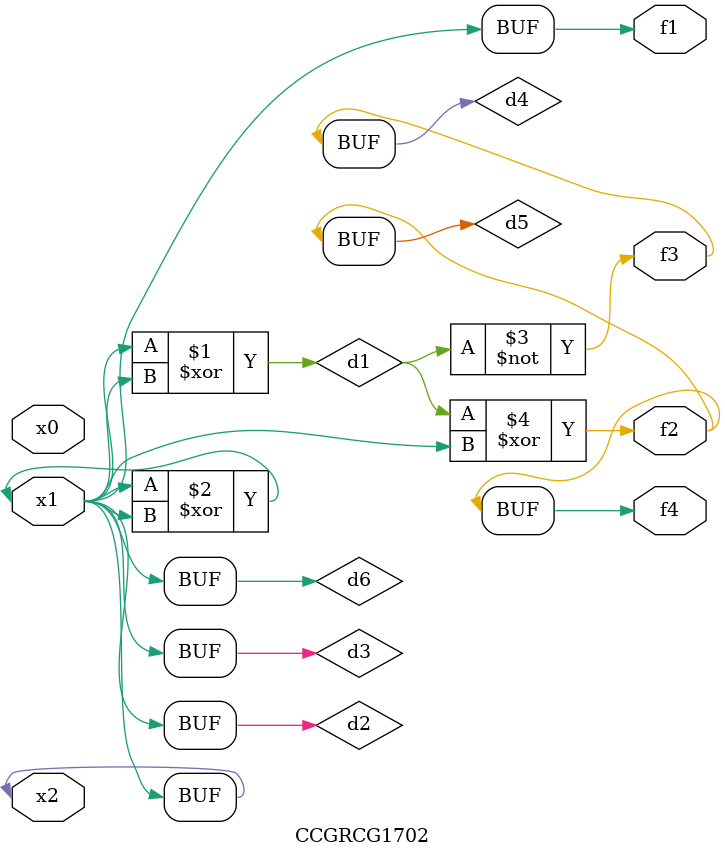
<source format=v>
module CCGRCG1702(
	input x0, x1, x2,
	output f1, f2, f3, f4
);

	wire d1, d2, d3, d4, d5, d6;

	xor (d1, x1, x2);
	buf (d2, x1, x2);
	xor (d3, x1, x2);
	nor (d4, d1);
	xor (d5, d1, d2);
	buf (d6, d2, d3);
	assign f1 = d6;
	assign f2 = d5;
	assign f3 = d4;
	assign f4 = d5;
endmodule

</source>
